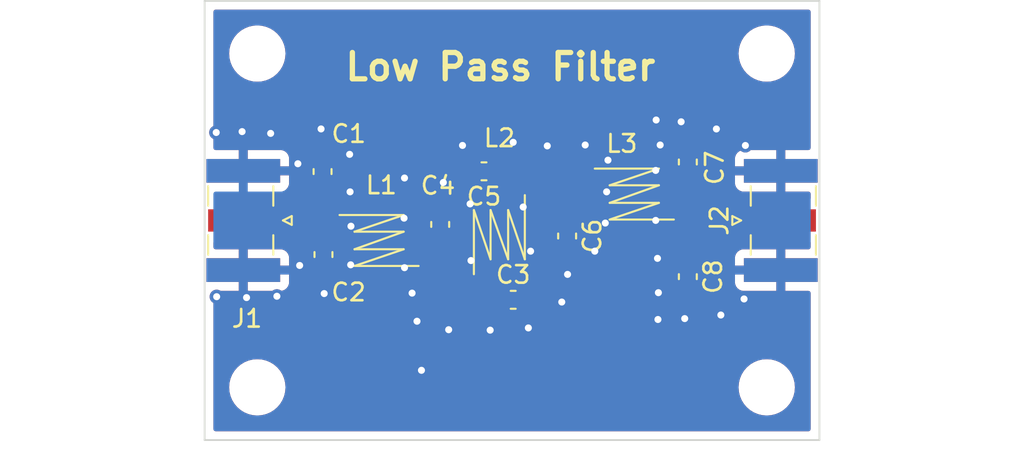
<source format=kicad_pcb>
(kicad_pcb (version 20211014) (generator pcbnew)
  (layers (0 "F.Cu" signal) (31 "B.Cu" signal) (34 "B.Paste" user) (35 "F.Paste" user) (36 "B.SilkS" user "B.Silkscreen") (37 "F.SilkS" user "F.Silkscreen") (38 "B.Mask" user) (39 "F.Mask" user) (44 "Edge.Cuts" user))
  (net 0 "")
  (net 1 "Net-(C1-Pad1)")
  (net 2 "GND")
  (net 3 "Net-(C3-Pad1)")
  (net 4 "Net-(C5-Pad1)")
  (net 5 "Net-(C7-Pad1)")
  (footprint "Capacitor_SMD:C_0603_1608Metric" (layer "F.Cu") (at 113.411 112.7252 90)
    (fp_text reference "C4" (at 2.2098 -0.127) (layer "F.SilkS"))
    (fp_text value "C")
    (fp_line (start -0.14058 -0.51) (end 0.14058 -0.51) (layer "F.SilkS") (width 0.12))
    (fp_line (start -0.14058 0.51) (end 0.14058 0.51) (layer "F.SilkS") (width 0.12))
    (pad "1" smd roundrect (at -0.775 0 90) (size 0.9 0.95) (layers "F.Cu" "F.Paste" "F.Mask") (net 3 "Net-(C3-Pad1)"))
    (pad "2" smd roundrect (at 0.775 0 90) (size 0.9 0.95) (layers "F.Cu" "F.Paste" "F.Mask") (net 2 "GND"))
  )
  (footprint "MountingHole:MountingHole_2.2mm_M2_DIN965" (layer "F.Cu") (at 103 122)
    (fp_text reference "H3" hide)
    (fp_text value "MountingHole")
    (pad "" np_thru_hole circle (at 0 0) (size 2.2 2.2) (drill 2.2) (layers *.Cu *.Mask))
  )
  (footprint "Inductor_SMD:L_Neosid_Air-Coil_SML_3turn_HDM0331A" (layer "F.Cu") (at 109.9312 113.6396 -90)
    (fp_text reference "L1" (at -3.1496 -0.127) (layer "F.SilkS"))
    (fp_text value "L")
    (fp_line (start -0.5 -1.4) (end 0.5 1.4) (layer "F.SilkS") (width 0.12))
    (fp_line (start -1.45 -1.4) (end -0.5 1.4) (layer "F.SilkS") (width 0.12))
    (fp_line (start 0.5 -1.4) (end 0.5 1.4) (layer "F.SilkS") (width 0.12))
    (fp_line (start -1.45 -1.4) (end -1.45 2.25) (layer "F.SilkS") (width 0.12))
    (fp_line (start 0.5 -1.4) (end 1.45 1.4) (layer "F.SilkS") (width 0.12))
    (fp_line (start -0.5 -1.4) (end -0.5 1.4) (layer "F.SilkS") (width 0.12))
    (fp_line (start 1.45 1.4) (end 1.45 -2.25) (layer "F.SilkS") (width 0.12))
    (pad "1" smd rect (at -1.45 3.45 270) (size 0.6 1.5) (layers "F.Cu" "F.Paste" "F.Mask") (net 1 "Net-(C1-Pad1)"))
    (pad "2" smd rect (at 1.45 -3.45 270) (size 0.6 1.5) (layers "F.Cu" "F.Paste" "F.Mask") (net 3 "Net-(C3-Pad1)"))
  )
  (footprint "MountingHole:MountingHole_2.2mm_M2_DIN965" (layer "F.Cu") (at 132 122)
    (fp_text reference "H4" hide)
    (fp_text value "MountingHole")
    (pad "" np_thru_hole circle (at 0 0) (size 2.2 2.2) (drill 2.2) (layers *.Cu *.Mask))
  )
  (footprint "Inductor_SMD:L_Neosid_Air-Coil_SML_3turn_HDM0331A" (layer "F.Cu") (at 116.7787 113.3094)
    (fp_text reference "L2" (at 0 -5.5) (layer "F.SilkS"))
    (fp_text value "L")
    (fp_line (start 0.5 -1.4) (end 1.45 1.4) (layer "F.SilkS") (width 0.12))
    (fp_line (start -1.45 -1.4) (end -1.45 2.25) (layer "F.SilkS") (width 0.12))
    (fp_line (start -1.45 -1.4) (end -0.5 1.4) (layer "F.SilkS") (width 0.12))
    (fp_line (start 1.45 1.4) (end 1.45 -2.25) (layer "F.SilkS") (width 0.12))
    (fp_line (start -0.5 -1.4) (end -0.5 1.4) (layer "F.SilkS") (width 0.12))
    (fp_line (start -0.5 -1.4) (end 0.5 1.4) (layer "F.SilkS") (width 0.12))
    (fp_line (start 0.5 -1.4) (end 0.5 1.4) (layer "F.SilkS") (width 0.12))
    (pad "1" smd rect (at -1.45 3.45) (size 0.6 1.5) (layers "F.Cu" "F.Paste" "F.Mask") (net 3 "Net-(C3-Pad1)"))
    (pad "2" smd rect (at 1.45 -3.45) (size 0.6 1.5) (layers "F.Cu" "F.Paste" "F.Mask") (net 4 "Net-(C5-Pad1)"))
  )
  (footprint "Capacitor_SMD:C_0603_1608Metric" (layer "F.Cu") (at 106.7148 109.7164 90)
    (fp_text reference "C1" (at 2.1474 1.4892) (layer "F.SilkS"))
    (fp_text value "C")
    (fp_line (start -0.14058 0.51) (end 0.14058 0.51) (layer "F.SilkS") (width 0.12))
    (fp_line (start -0.14058 -0.51) (end 0.14058 -0.51) (layer "F.SilkS") (width 0.12))
    (pad "1" smd roundrect (at -0.775 0 90) (size 0.9 0.95) (layers "F.Cu" "F.Paste" "F.Mask") (net 1 "Net-(C1-Pad1)"))
    (pad "2" smd roundrect (at 0.775 0 90) (size 0.9 0.95) (layers "F.Cu" "F.Paste" "F.Mask") (net 2 "GND"))
  )
  (footprint "Inductor_SMD:L_Neosid_Air-Coil_SML_3turn_HDM0331A" (layer "F.Cu") (at 124.46 110.998 -90)
    (fp_text reference "L3" (at -2.8702 0.7112) (layer "F.SilkS"))
    (fp_text value "L")
    (fp_line (start -0.5 -1.4) (end 0.5 1.4) (layer "F.SilkS") (width 0.12))
    (fp_line (start 0.5 -1.4) (end 1.45 1.4) (layer "F.SilkS") (width 0.12))
    (fp_line (start 1.45 1.4) (end 1.45 -2.25) (layer "F.SilkS") (width 0.12))
    (fp_line (start -1.45 -1.4) (end -1.45 2.25) (layer "F.SilkS") (width 0.12))
    (fp_line (start -0.5 -1.4) (end -0.5 1.4) (layer "F.SilkS") (width 0.12))
    (fp_line (start 0.5 -1.4) (end 0.5 1.4) (layer "F.SilkS") (width 0.12))
    (fp_line (start -1.45 -1.4) (end -0.5 1.4) (layer "F.SilkS") (width 0.12))
    (pad "1" smd rect (at -1.45 3.45 270) (size 0.6 1.5) (layers "F.Cu" "F.Paste" "F.Mask") (net 4 "Net-(C5-Pad1)"))
    (pad "2" smd rect (at 1.45 -3.45 270) (size 0.6 1.5) (layers "F.Cu" "F.Paste" "F.Mask") (net 5 "Net-(C7-Pad1)"))
  )
  (footprint "Capacitor_SMD:C_0603_1608Metric" (layer "F.Cu") (at 127.508 115.6992 -90)
    (fp_text reference "C8" (at 0 -1.43 90) (layer "F.SilkS"))
    (fp_text value "C")
    (fp_line (start -0.14058 0.51) (end 0.14058 0.51) (layer "F.SilkS") (width 0.12))
    (fp_line (start -0.14058 -0.51) (end 0.14058 -0.51) (layer "F.SilkS") (width 0.12))
    (pad "1" smd roundrect (at -0.775 0 270) (size 0.9 0.95) (layers "F.Cu" "F.Paste" "F.Mask") (net 5 "Net-(C7-Pad1)"))
    (pad "2" smd roundrect (at 0.775 0 270) (size 0.9 0.95) (layers "F.Cu" "F.Paste" "F.Mask") (net 2 "GND"))
  )
  (footprint "Capacitor_SMD:C_0603_1608Metric" (layer "F.Cu") (at 106.7656 114.4408 -90)
    (fp_text reference "C2" (at 2.1452 -1.43) (layer "F.SilkS"))
    (fp_text value "C")
    (fp_line (start -0.14058 0.51) (end 0.14058 0.51) (layer "F.SilkS") (width 0.12))
    (fp_line (start -0.14058 -0.51) (end 0.14058 -0.51) (layer "F.SilkS") (width 0.12))
    (pad "1" smd roundrect (at -0.775 0 270) (size 0.9 0.95) (layers "F.Cu" "F.Paste" "F.Mask") (net 1 "Net-(C1-Pad1)"))
    (pad "2" smd roundrect (at 0.775 0 270) (size 0.9 0.95) (layers "F.Cu" "F.Paste" "F.Mask") (net 2 "GND"))
  )
  (footprint "Capacitor_SMD:C_0603_1608Metric" (layer "F.Cu") (at 120.6364 113.3856 -90)
    (fp_text reference "C6" (at 0 -1.43 90) (layer "F.SilkS"))
    (fp_text value "C")
    (fp_line (start -0.14058 0.51) (end 0.14058 0.51) (layer "F.SilkS") (width 0.12))
    (fp_line (start -0.14058 -0.51) (end 0.14058 -0.51) (layer "F.SilkS") (width 0.12))
    (pad "1" smd roundrect (at -0.775 0 270) (size 0.9 0.95) (layers "F.Cu" "F.Paste" "F.Mask") (net 4 "Net-(C5-Pad1)"))
    (pad "2" smd roundrect (at 0.775 0 270) (size 0.9 0.95) (layers "F.Cu" "F.Paste" "F.Mask") (net 2 "GND"))
  )
  (footprint "Capacitor_SMD:C_0603_1608Metric" (layer "F.Cu") (at 115.9033 109.7026 180)
    (fp_text reference "C5" (at 0 -1.43) (layer "F.SilkS"))
    (fp_text value "C")
    (fp_line (start -0.14058 0.51) (end 0.14058 0.51) (layer "F.SilkS") (width 0.12))
    (fp_line (start -0.14058 -0.51) (end 0.14058 -0.51) (layer "F.SilkS") (width 0.12))
    (pad "1" smd roundrect (at -0.775 0 180) (size 0.9 0.95) (layers "F.Cu" "F.Paste" "F.Mask") (net 4 "Net-(C5-Pad1)"))
    (pad "2" smd roundrect (at 0.775 0 180) (size 0.9 0.95) (layers "F.Cu" "F.Paste" "F.Mask") (net 2 "GND"))
  )
  (footprint "MountingHole:MountingHole_2.2mm_M2_DIN965" (layer "F.Cu") (at 132 103)
    (fp_text reference "H2" hide)
    (fp_text value "MountingHole")
    (pad "" np_thru_hole circle (at 0 0) (size 2.2 2.2) (drill 2.2) (layers *.Cu *.Mask))
  )
  (footprint "Connector_Coaxial:SMA_Samtec_SMA-J-P-X-ST-EM1_EdgeMount" (layer "F.Cu") (at 132.8 112.5 90)
    (fp_text reference "J2" (at 0 -3.5 90) (layer "F.SilkS"))
    (fp_text value "Conn_Coaxial")
    (fp_line (start 0.84 2) (end 1.95 2) (layer "F.SilkS") (width 0.12))
    (fp_line (start -0.25 -2.76) (end 0 -2.26) (layer "F.SilkS") (width 0.12))
    (fp_line (start -1.95 -1.71) (end -0.84 -1.71) (layer "F.SilkS") (width 0.12))
    (fp_line (start 0 -2.26) (end 0.25 -2.76) (layer "F.SilkS") (width 0.12))
    (fp_line (start 0.25 -2.76) (end -0.25 -2.76) (layer "F.SilkS") (width 0.12))
    (fp_line (start 0.84 -1.71) (end 1.95 -1.71) (layer "F.SilkS") (width 0.12))
    (fp_line (start -1.95 2) (end -0.84 2) (layer "F.SilkS") (width 0.12))
    (pad "1" smd rect (at 0 0.2 90) (size 1.27 3.6) (layers "F.Cu" "F.Paste" "F.Mask") (net 5 "Net-(C7-Pad1)"))
    (pad "2" smd rect (at 2.825 0 90) (size 1.35 4.2) (layers "F.Cu" "F.Paste" "F.Mask") (net 2 "GND"))
    (pad "2" smd rect (at -2.825 0 90) (size 1.35 4.2) (layers "F.Cu" "F.Paste" "F.Mask") (net 2 "GND"))
    (pad "2" smd rect (at 2.825 0 90) (size 1.35 4.2) (layers "B.Cu" "B.Paste" "B.Mask") (net 2 "GND"))
    (pad "2" smd rect (at -2.825 0 90) (size 1.35 4.2) (layers "B.Cu" "B.Paste" "B.Mask") (net 2 "GND"))
  )
  (footprint "Connector_Coaxial:SMA_Samtec_SMA-J-P-X-ST-EM1_EdgeMount" (layer "F.Cu") (at 102.2 112.5 -90)
    (fp_text reference "J1" (at 5.5846 -0.2128) (layer "F.SilkS"))
    (fp_text value "Conn_Coaxial")
    (fp_line (start -1.95 2) (end -0.84 2) (layer "F.SilkS") (width 0.12))
    (fp_line (start 0 -2.26) (end 0.25 -2.76) (layer "F.SilkS") (width 0.12))
    (fp_line (start -1.95 -1.71) (end -0.84 -1.71) (layer "F.SilkS") (width 0.12))
    (fp_line (start 0.84 2) (end 1.95 2) (layer "F.SilkS") (width 0.12))
    (fp_line (start -0.25 -2.76) (end 0 -2.26) (layer "F.SilkS") (width 0.12))
    (fp_line (start 0.84 -1.71) (end 1.95 -1.71) (layer "F.SilkS") (width 0.12))
    (fp_line (start 0.25 -2.76) (end -0.25 -2.76) (layer "F.SilkS") (width 0.12))
    (pad "1" smd rect (at 0 0.2 270) (size 1.27 3.6) (layers "F.Cu" "F.Paste" "F.Mask") (net 1 "Net-(C1-Pad1)"))
    (pad "2" smd rect (at 2.825 0 270) (size 1.35 4.2) (layers "B.Cu" "B.Paste" "B.Mask") (net 2 "GND"))
    (pad "2" smd rect (at -2.825 0 270) (size 1.35 4.2) (layers "F.Cu" "F.Paste" "F.Mask") (net 2 "GND"))
    (pad "2" smd rect (at -2.825 0 270) (size 1.35 4.2) (layers "B.Cu" "B.Paste" "B.Mask") (net 2 "GND"))
    (pad "2" smd rect (at 2.825 0 270) (size 1.35 4.2) (layers "F.Cu" "F.Paste" "F.Mask") (net 2 "GND"))
  )
  (footprint "Capacitor_SMD:C_0603_1608Metric" (layer "F.Cu") (at 127.508 109.1714 90)
    (fp_text reference "C7" (at -0.328 1.524 90) (layer "F.SilkS"))
    (fp_text value "C")
    (fp_line (start -0.14058 0.51) (end 0.14058 0.51) (layer "F.SilkS") (width 0.12))
    (fp_line (start -0.14058 -0.51) (end 0.14058 -0.51) (layer "F.SilkS") (width 0.12))
    (pad "1" smd roundrect (at -0.775 0 90) (size 0.9 0.95) (layers "F.Cu" "F.Paste" "F.Mask") (net 5 "Net-(C7-Pad1)"))
    (pad "2" smd roundrect (at 0.775 0 90) (size 0.9 0.95) (layers "F.Cu" "F.Paste" "F.Mask") (net 2 "GND"))
  )
  (footprint "Capacitor_SMD:C_0603_1608Metric" (layer "F.Cu") (at 117.5661 117.0178)
    (fp_text reference "C3" (at 0 -1.43) (layer "F.SilkS"))
    (fp_text value "C")
    (fp_line (start -0.14058 0.51) (end 0.14058 0.51) (layer "F.SilkS") (width 0.12))
    (fp_line (start -0.14058 -0.51) (end 0.14058 -0.51) (layer "F.SilkS") (width 0.12))
    (pad "1" smd roundrect (at -0.775 0) (size 0.9 0.95) (layers "F.Cu" "F.Paste" "F.Mask") (net 3 "Net-(C3-Pad1)"))
    (pad "2" smd roundrect (at 0.775 0) (size 0.9 0.95) (layers "F.Cu" "F.Paste" "F.Mask") (net 2 "GND"))
  )
  (footprint "MountingHole:MountingHole_2.2mm_M2_DIN965" (layer "F.Cu") (at 103 103)
    (fp_text reference "H1" hide)
    (fp_text value "MountingHole")
    (pad "" np_thru_hole circle (at 0 0) (size 2.2 2.2) (drill 2.2) (layers *.Cu *.Mask))
  )
  (gr_line (start 100 125) (end 100 100) (layer "Edge.Cuts") (width 0.1))
  (gr_line (start 135 100) (end 100 100) (layer "Edge.Cuts") (width 0.1))
  (gr_line (start 135 125) (end 135 100) (layer "Edge.Cuts") (width 0.1))
  (gr_line (start 100 125) (end 135 125) (layer "Edge.Cuts") (width 0.1))
  (gr_text "Low Pass Filter" (at 116.84 103.759) (layer "F.SilkS") (effects (font (size 1.5 1.5) (thickness 0.3))))
  (segment (start 106.4812 112.1896) (end 106.4812 113.3814) (width 1.5) (layer "F.Cu") (net 1))
  (segment (start 106.4812 110.725) (end 106.7148 110.4914) (width 1.5) (layer "F.Cu") (net 1))
  (segment (start 106.4812 112.1896) (end 106.4812 110.725) (width 1.5) (layer "F.Cu") (net 1))
  (segment (start 102.3104 112.1896) (end 102 112.5) (width 1.5) (layer "F.Cu") (net 1))
  (segment (start 106.4812 112.1896) (end 102.3104 112.1896) (width 1.5) (layer "F.Cu") (net 1))
  (segment (start 106.4812 113.3814) (end 106.7656 113.6658) (width 1.5) (layer "F.Cu") (net 1))
  (segment (start 128.12418 116.62372) (end 125.8824 116.62372) (width 1.5) (layer "F.Cu") (net 2))
  (segment (start 128.04798 108.24688) (end 125.8824 108.24688) (width 1.5) (layer "F.Cu") (net 2))
  (via (at 113.5888 110.3376) (size 0.8) (drill 0.4) (layers "F.Cu" "B.Cu") (net 2))
  (via (at 113.8936 118.7196) (size 0.8) (drill 0.4) (layers "F.Cu" "B.Cu") (net 2))
  (via (at 130.7846 108.2316) (size 0.8) (drill 0.4) (layers "F.Cu" "B.Cu") (net 2))
  (via (at 125.6792 109.6518) (size 0.8) (drill 0.4) (layers "F.Cu" "B.Cu") (net 2))
  (via (at 100.6602 107.4928) (size 0.8) (drill 0.4) (layers "F.Cu" "B.Cu") (net 2))
  (via (at 100.6856 116.84) (size 0.8) (drill 0.4) (layers "F.Cu" "B.Cu") (net 2))
  (via (at 108.331 112.8268) (size 0.8) (drill 0.4) (layers "F.Cu" "B.Cu") (net 2))
  (via (at 118.5567 114.2492) (size 0.8) (drill 0.4) (layers "F.Cu" "B.Cu") (net 2))
  (via (at 115.1636 114.7826) (size 0.8) (drill 0.4) (layers "F.Cu" "B.Cu") (net 2))
  (via (at 129.3876 117.8836) (size 0.8) (drill 0.4) (layers "F.Cu" "B.Cu") (net 2))
  (via (at 106.807 116.6622) (size 0.8) (drill 0.4) (layers "F.Cu" "B.Cu") (net 2))
  (via (at 108.2548 108.7374) (size 0.8) (drill 0.4) (layers "F.Cu" "B.Cu") (net 2))
  (via (at 112.0902 118.237) (size 0.8) (drill 0.4) (layers "F.Cu" "B.Cu") (net 2))
  (via (at 105.41 115.062) (size 0.8) (drill 0.4) (layers "F.Cu" "B.Cu") (net 2))
  (via (at 111.379 110.0836) (size 0.8) (drill 0.4) (layers "F.Cu" "B.Cu") (net 2))
  (via (at 102.3874 116.8908) (size 0.8) (drill 0.4) (layers "F.Cu" "B.Cu") (net 2))
  (via (at 102.1334 107.442) (size 0.8) (drill 0.4) (layers "F.Cu" "B.Cu") (net 2))
  (via (at 130.7084 116.9692) (size 0.8) (drill 0.4) (layers "F.Cu" "B.Cu") (net 2))
  (via (at 108.315 115.025) (size 0.8) (drill 0.4) (layers "F.Cu" "B.Cu") (net 2))
  (via (at 125.7808 114.6578) (size 0.8) (drill 0.4) (layers "F.Cu" "B.Cu") (net 2))
  (via (at 120.6618 115.57) (size 0.8) (drill 0.4) (layers "F.Cu" "B.Cu") (net 2))
  (via (at 117.5661 108.0516) (size 0.8) (drill 0.4) (layers "F.Cu" "B.Cu") (net 2))
  (via (at 112.3442 121.031) (size 0.8) (drill 0.4) (layers "F.Cu" "B.Cu") (net 2))
  (via (at 111.379 115.189) (size 0.8) (drill 0.4) (layers "F.Cu" "B.Cu") (net 2))
  (via (at 111.3536 112.3696) (size 0.8) (drill 0.4) (layers "F.Cu" "B.Cu") (net 2))
  (via (at 104.1146 116.8146) (size 0.8) (drill 0.4) (layers "F.Cu" "B.Cu") (net 2))
  (via (at 122.9614 109.0676) (size 0.8) (drill 0.4) (layers "F.Cu" "B.Cu") (net 2))
  (via (at 122.809 112.649) (size 0.8) (drill 0.4) (layers "F.Cu" "B.Cu") (net 2))
  (via (at 125.8062 118.1376) (size 0.8) (drill 0.4) (layers "F.Cu" "B.Cu") (net 2))
  (via (at 125.7046 106.7816) (size 0.8) (drill 0.4) (layers "F.Cu" "B.Cu") (net 2))
  (via (at 111.8108 116.6368) (size 0.8) (drill 0.4) (layers "F.Cu" "B.Cu") (net 2))
  (via (at 125.6792 112.4966) (size 0.8) (drill 0.4) (layers "F.Cu" "B.Cu") (net 2))
  (via (at 122.8852 110.871) (size 0.8) (drill 0.4) (layers "F.Cu" "B.Cu") (net 2))
  (via (at 125.9332 108.204) (size 0.8) (drill 0.4) (layers "F.Cu" "B.Cu") (net 2))
  (via (at 127.127 106.8832) (size 0.8) (drill 0.4) (layers "F.Cu" "B.Cu") (net 2))
  (via (at 116.2558 118.745) (size 0.8) (drill 0.4) (layers "F.Cu" "B.Cu") (net 2))
  (via (at 122.2112 114.2492) (size 0.8) (drill 0.4) (layers "F.Cu" "B.Cu") (net 2))
  (via (at 115.1128 111.5568) (size 0.8) (drill 0.4) (layers "F.Cu" "B.Cu") (net 2))
  (via (at 125.8316 116.6114) (size 0.8) (drill 0.4) (layers "F.Cu" "B.Cu") (net 2))
  (via (at 103.759 107.5436) (size 0.8) (drill 0.4) (layers "F.Cu" "B.Cu") (net 2))
  (via (at 108.2802 110.871) (size 0.8) (drill 0.4) (layers "F.Cu" "B.Cu") (net 2))
  (via (at 118.1354 111.7346) (size 0.8) (drill 0.4) (layers "F.Cu" "B.Cu") (net 2))
  (via (at 105.3084 109.2708) (size 0.8) (drill 0.4) (layers "F.Cu" "B.Cu") (net 2))
  (via (at 127.3302 118.0868) (size 0.8) (drill 0.4) (layers "F.Cu" "B.Cu") (net 2))
  (via (at 106.6292 107.2896) (size 0.8) (drill 0.4) (layers "F.Cu" "B.Cu") (net 2))
  (via (at 120.3316 117.1448) (size 0.8) (drill 0.4) (layers "F.Cu" "B.Cu") (net 2))
  (via (at 114.681 108.2294) (size 0.8) (drill 0.4) (layers "F.Cu" "B.Cu") (net 2))
  (via (at 121.666 108.204) (size 0.8) (drill 0.4) (layers "F.Cu" "B.Cu") (net 2))
  (via (at 119.507 108.2548) (size 0.8) (drill 0.4) (layers "F.Cu" "B.Cu") (net 2))
  (via (at 118.4297 118.618) (size 0.8) (drill 0.4) (layers "F.Cu" "B.Cu") (net 2))
  (via (at 129.1336 107.2918) (size 0.8) (drill 0.4) (layers "F.Cu" "B.Cu") (net 2))
  (segment (start 113.411 113.5002) (end 113.411 115.0598) (width 1.5) (layer "F.Cu") (net 3))
  (segment (start 113.411 115.0598) (end 113.3812 115.0896) (width 1.5) (layer "F.Cu") (net 3))
  (segment (start 113.5021 116.9794) (end 114.7343 116.9794) (width 1.5) (layer "F.Cu") (net 3))
  (segment (start 113.3812 116.8585) (end 113.5021 116.9794) (width 1.5) (layer "F.Cu") (net 3))
  (segment (start 116.7911 117.0178) (end 115.5871 117.0178) (width 1.5) (layer "F.Cu") (net 3))
  (segment (start 113.3812 115.0896) (end 113.3812 116.8585) (width 1.5) (layer "F.Cu") (net 3))
  (segment (start 115.5871 117.0178) (end 115.3287 116.7594) (width 1.5) (layer "F.Cu") (net 3))
  (segment (start 121.01 109.548) (end 120.6986 109.8594) (width 1.5) (layer "F.Cu") (net 4))
  (segment (start 116.8171 109.6264) (end 117.9957 109.6264) (width 1.5) (layer "F.Cu") (net 4))
  (segment (start 120.6986 109.8594) (end 118.2287 109.8594) (width 1.5) (layer "F.Cu") (net 4))
  (segment (start 117.9957 109.6264) (end 118.2287 109.8594) (width 1.5) (layer "F.Cu") (net 4))
  (segment (start 121.01 112.237) (end 120.6364 112.6106) (width 1.5) (layer "F.Cu") (net 4))
  (segment (start 121.01 109.548) (end 121.01 112.237) (width 1.5) (layer "F.Cu") (net 4))
  (segment (start 127.508 114.9242) (end 127.508 112.9284) (width 1.5) (layer "F.Cu") (net 5))
  (segment (start 129.6495 112.4734) (end 129.7279 112.395) (width 1.5) (layer "F.Cu") (net 5))
  (segment (start 129.7279 112.395) (end 133.0277 112.395) (width 1.5) (layer "F.Cu") (net 5))
  (segment (start 127.508 112.9284) (end 128.0116 112.4248) (width 1.5) (layer "F.Cu") (net 5))
  (segment (start 129.6009 112.4248) (end 129.6495 112.4734) (width 1.5) (layer "F.Cu") (net 5))
  (segment (start 129.5777 112.448) (end 129.6009 112.4248) (width 1.5) (layer "F.Cu") (net 5))
  (segment (start 127.508 109.9464) (end 127.508 111.9212) (width 1.5) (layer "F.Cu") (net 5))
  (segment (start 127.91 112.448) (end 129.5777 112.448) (width 1.5) (layer "F.Cu") (net 5))
  (segment (start 127.508 111.9212) (end 128.0116 112.4248) (width 1.5) (layer "F.Cu") (net 5))
  (zone (net 2) (net_name "GND") (layers F&B.Cu) (connect_pads (clearance 0.5)) (min_thickness 0.254) (fill yes (thermal_gap 0.508) (thermal_bridge_width 0.508))
    (polygon (pts (xy 135.0264 124.9934) (xy 99.9998 124.9934) (xy 99.9998 99.9998) (xy 135.0264 99.9998)))
  )
)
</source>
